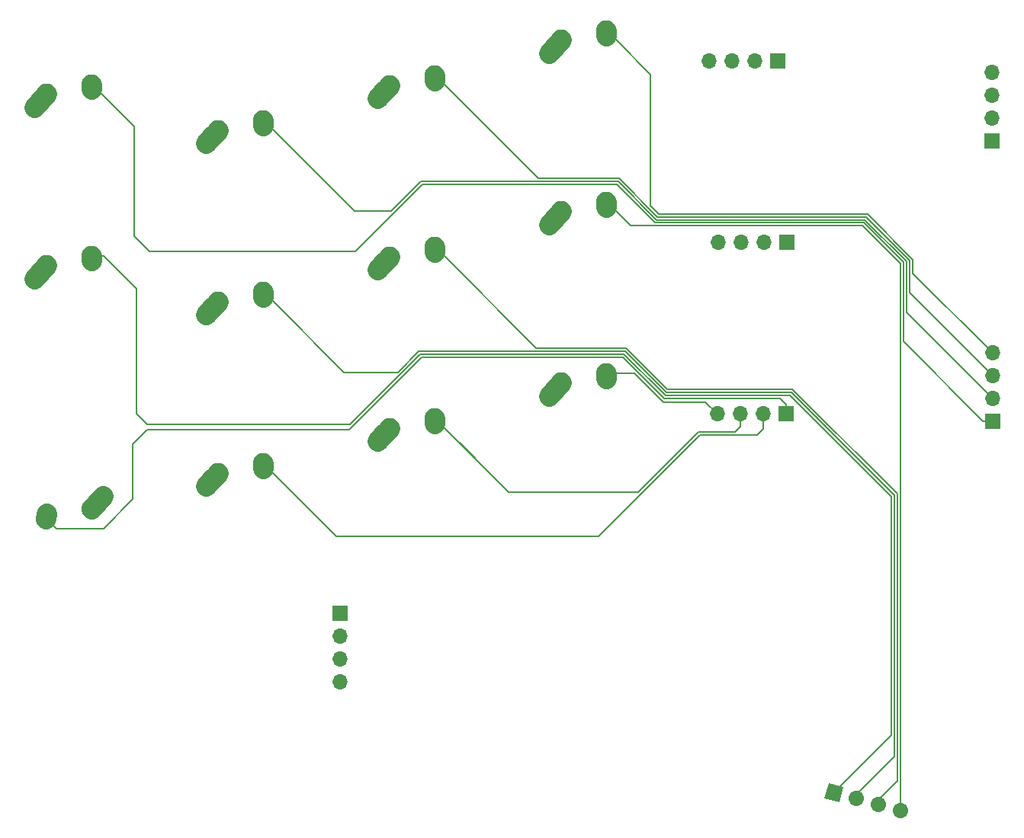
<source format=gbr>
G04 #@! TF.GenerationSoftware,KiCad,Pcbnew,(5.1.4)-1*
G04 #@! TF.CreationDate,2023-06-17T18:30:05-04:00*
G04 #@! TF.ProjectId,ThumbsUp,5468756d-6273-4557-902e-6b696361645f,rev?*
G04 #@! TF.SameCoordinates,Original*
G04 #@! TF.FileFunction,Copper,L1,Top*
G04 #@! TF.FilePolarity,Positive*
%FSLAX46Y46*%
G04 Gerber Fmt 4.6, Leading zero omitted, Abs format (unit mm)*
G04 Created by KiCad (PCBNEW (5.1.4)-1) date 2023-06-17 18:30:05*
%MOMM*%
%LPD*%
G04 APERTURE LIST*
%ADD10O,1.700000X1.700000*%
%ADD11R,1.700000X1.700000*%
%ADD12C,2.250000*%
%ADD13C,2.250000*%
%ADD14C,1.700000*%
%ADD15C,1.700000*%
%ADD16C,0.100000*%
%ADD17C,0.200000*%
G04 APERTURE END LIST*
D10*
X95046291Y-517195542D03*
X97586291Y-517195542D03*
X100126291Y-517195542D03*
D11*
X102666291Y-517195542D03*
D12*
X40462789Y-524842952D03*
X39807790Y-525572952D03*
D13*
X39152789Y-526302952D02*
X40462791Y-524842952D01*
D12*
X45502789Y-523762952D03*
X45482789Y-524052952D03*
D13*
X45462789Y-524342952D02*
X45502789Y-523762952D01*
D12*
X40462790Y-543892952D03*
X39807791Y-544622952D03*
D13*
X39152790Y-545352952D02*
X40462792Y-543892952D01*
D12*
X45502790Y-542812952D03*
X45482790Y-543102952D03*
D13*
X45462790Y-543392952D02*
X45502790Y-542812952D01*
D12*
X78562789Y-552942952D03*
X77907790Y-553672952D03*
D13*
X77252789Y-554402952D02*
X78562791Y-552942952D01*
D12*
X83602789Y-551862952D03*
X83582789Y-552152952D03*
D13*
X83562789Y-552442952D02*
X83602789Y-551862952D01*
D12*
X78562789Y-533892952D03*
X77907790Y-534622952D03*
D13*
X77252789Y-535352952D02*
X78562791Y-533892952D01*
D12*
X83602789Y-532812952D03*
X83582789Y-533102952D03*
D13*
X83562789Y-533392952D02*
X83602789Y-532812952D01*
D12*
X78562790Y-514842952D03*
X77907791Y-515572952D03*
D13*
X77252790Y-516302952D02*
X78562792Y-514842952D01*
D12*
X83602790Y-513762952D03*
X83582790Y-514052952D03*
D13*
X83562790Y-514342952D02*
X83602790Y-513762952D01*
D12*
X59512790Y-557942952D03*
X58857791Y-558672952D03*
D13*
X58202790Y-559402952D02*
X59512792Y-557942952D01*
D12*
X64552790Y-556862952D03*
X64532790Y-557152952D03*
D13*
X64512790Y-557442952D02*
X64552790Y-556862952D01*
D12*
X59512789Y-538892952D03*
X58857790Y-539622952D03*
D13*
X58202789Y-540352952D02*
X59512791Y-538892952D01*
D12*
X64552789Y-537812952D03*
X64532789Y-538102952D03*
D13*
X64512789Y-538392952D02*
X64552789Y-537812952D01*
D12*
X59512789Y-519842953D03*
X58857790Y-520572953D03*
D13*
X58202789Y-521302953D02*
X59512791Y-519842953D01*
D12*
X64552789Y-518762953D03*
X64532789Y-519052953D03*
D13*
X64512789Y-519342953D02*
X64552789Y-518762953D01*
D12*
X40462789Y-562942952D03*
X39807790Y-563672952D03*
D13*
X39152789Y-564402952D02*
X40462791Y-562942952D01*
D12*
X45502789Y-561862952D03*
X45482789Y-562152952D03*
D13*
X45462789Y-562442952D02*
X45502789Y-561862952D01*
D12*
X26412789Y-566942952D03*
X27067788Y-566212952D03*
D13*
X27722789Y-565482952D02*
X26412787Y-566942952D01*
D12*
X21372789Y-568022952D03*
X21392789Y-567732952D03*
D13*
X21412789Y-567442952D02*
X21372789Y-568022952D01*
D12*
X21412790Y-539892952D03*
X20757791Y-540622952D03*
D13*
X20102790Y-541352952D02*
X21412792Y-539892952D01*
D12*
X26452790Y-538812952D03*
X26432790Y-539102952D03*
D13*
X26412790Y-539392952D02*
X26452790Y-538812952D01*
D12*
X21412789Y-520842953D03*
X20757790Y-521572953D03*
D13*
X20102789Y-522302953D02*
X21412791Y-520842953D01*
D12*
X26452789Y-519762953D03*
X26432789Y-520052953D03*
D13*
X26412789Y-520342953D02*
X26452789Y-519762953D01*
D10*
X95906974Y-556400972D03*
X98446974Y-556400972D03*
X100986974Y-556400972D03*
D11*
X103526974Y-556400972D03*
D10*
X96064161Y-537315202D03*
X98604161Y-537315202D03*
X101144161Y-537315202D03*
D11*
X103684161Y-537315202D03*
D10*
X126470599Y-549604893D03*
X126470599Y-552144893D03*
X126470599Y-554684893D03*
D11*
X126470599Y-557224893D03*
D10*
X126406095Y-518478305D03*
X126406095Y-521018305D03*
X126406095Y-523558305D03*
D11*
X126406095Y-526098305D03*
D10*
X54062789Y-586192952D03*
X54062789Y-583652952D03*
X54062789Y-581112952D03*
D11*
X54062789Y-578572952D03*
D14*
X116223145Y-600465153D03*
D15*
X116223145Y-600465153D02*
X116223145Y-600465153D01*
D14*
X113769693Y-599807753D03*
D15*
X113769693Y-599807753D02*
X113769693Y-599807753D01*
D14*
X111316242Y-599150352D03*
D15*
X111316242Y-599150352D02*
X111316242Y-599150352D01*
D14*
X108862790Y-598492952D03*
D16*
G36*
X109463831Y-599533985D02*
G01*
X107821757Y-599093993D01*
X108261749Y-597451919D01*
X109903823Y-597891911D01*
X109463831Y-599533985D01*
X109463831Y-599533985D01*
G37*
D17*
X86277881Y-535488044D02*
X84727788Y-533937951D01*
X116230000Y-539680005D02*
X112038039Y-535488044D01*
X84727788Y-533937951D02*
X83602789Y-532812952D01*
X116230000Y-559119087D02*
X116230000Y-539680005D01*
X116223145Y-559125942D02*
X116230000Y-559119087D01*
X116223145Y-600465153D02*
X116223145Y-559125942D01*
X112038039Y-535488044D02*
X86277881Y-535488044D01*
X65677788Y-538937951D02*
X64552789Y-537812952D01*
X75819837Y-549080000D02*
X65677788Y-538937951D01*
X90390371Y-553652989D02*
X85817382Y-549080000D01*
X113630000Y-599947446D02*
X113630000Y-599440000D01*
X113350093Y-600227353D02*
X113630000Y-599947446D01*
X113630000Y-599440000D02*
X115894022Y-597175978D01*
X85817382Y-549080000D02*
X75819837Y-549080000D01*
X115894022Y-597175978D02*
X115894022Y-565281559D01*
X115894022Y-565281559D02*
X104265452Y-553652989D01*
X104265452Y-553652989D02*
X90390371Y-553652989D01*
X60430000Y-551780000D02*
X54469838Y-551780000D01*
X85700903Y-549425979D02*
X62784020Y-549425980D01*
X62784020Y-549425980D02*
X60430000Y-551780000D01*
X111316242Y-598703758D02*
X115567011Y-594452989D01*
X111316242Y-599150352D02*
X111316242Y-598703758D01*
X115567011Y-594452989D02*
X115567011Y-565417011D01*
X115567011Y-565417011D02*
X104130000Y-553980000D01*
X54469838Y-551780000D02*
X46627789Y-543937951D01*
X104130000Y-553980000D02*
X90254922Y-553980000D01*
X46627789Y-543937951D02*
X45502790Y-542812952D01*
X90254922Y-553980000D02*
X85700903Y-549425979D01*
X26992790Y-538812952D02*
X26412790Y-539392952D01*
X27762952Y-538812952D02*
X26992790Y-538812952D01*
X31430000Y-556380000D02*
X31430000Y-542480000D01*
X32630000Y-557580000D02*
X31430000Y-556380000D01*
X55130000Y-557580000D02*
X32630000Y-557580000D01*
X62957010Y-549752990D02*
X55130000Y-557580000D01*
X115240000Y-565590000D02*
X104002990Y-554352990D01*
X115240000Y-592115742D02*
X115240000Y-565590000D01*
X108862790Y-598492952D02*
X115240000Y-592115742D01*
X104002990Y-554352990D02*
X90165450Y-554352990D01*
X90165450Y-554352990D02*
X85565451Y-549752990D01*
X31430000Y-542480000D02*
X27762952Y-538812952D01*
X85565451Y-549752990D02*
X62957010Y-549752990D01*
X27577788Y-520887952D02*
X26452789Y-519762953D01*
X31130000Y-524440164D02*
X27577788Y-520887952D01*
X32830000Y-538380000D02*
X31130000Y-536680000D01*
X55730000Y-538380000D02*
X32830000Y-538380000D01*
X63202989Y-530907011D02*
X55730000Y-538380000D01*
X84757008Y-530907011D02*
X63202989Y-530907011D01*
X31130000Y-536680000D02*
X31130000Y-524440164D01*
X125420599Y-557224893D02*
X116557010Y-548361304D01*
X126470599Y-557224893D02*
X125420599Y-557224893D01*
X116557010Y-548361304D02*
X116557010Y-539544553D01*
X116557010Y-539544553D02*
X112173490Y-535161033D01*
X112173490Y-535161033D02*
X89011030Y-535161033D01*
X89011030Y-535161033D02*
X84757008Y-530907011D01*
X112308941Y-534834022D02*
X89146481Y-534834022D01*
X46627788Y-524887951D02*
X45502789Y-523762952D01*
X59730000Y-533880000D02*
X55619837Y-533880000D01*
X55619837Y-533880000D02*
X46627788Y-524887951D01*
X63030000Y-530580000D02*
X59730000Y-533880000D01*
X84892460Y-530580001D02*
X63030000Y-530580000D01*
X89146481Y-534834022D02*
X84892460Y-530580001D01*
X116930000Y-539455081D02*
X112308941Y-534834022D01*
X116930000Y-545144294D02*
X116930000Y-539455081D01*
X126470599Y-554684893D02*
X116930000Y-545144294D01*
X89281932Y-534507011D02*
X85027911Y-530252990D01*
X126470599Y-552144893D02*
X117257010Y-542931304D01*
X85027911Y-530252990D02*
X76042826Y-530252990D01*
X117257010Y-542931304D02*
X117257010Y-539319629D01*
X65677788Y-519887952D02*
X64552789Y-518762953D01*
X76042826Y-530252990D02*
X65677788Y-519887952D01*
X112444392Y-534507011D02*
X89281932Y-534507011D01*
X117257010Y-539319629D02*
X112444392Y-534507011D01*
X84727789Y-514887951D02*
X83602790Y-513762952D01*
X117630000Y-540764294D02*
X117630000Y-539230157D01*
X88530000Y-518690162D02*
X84727789Y-514887951D01*
X126470599Y-549604893D02*
X117630000Y-540764294D01*
X117630000Y-539230157D02*
X112579843Y-534180000D01*
X112579843Y-534180000D02*
X89430000Y-534180000D01*
X89430000Y-534180000D02*
X88530000Y-533280000D01*
X88530000Y-533280000D02*
X88530000Y-518690162D01*
X27762049Y-569147951D02*
X22497788Y-569147951D01*
X31030000Y-559780000D02*
X31030000Y-565880000D01*
X32630000Y-558180000D02*
X31030000Y-559780000D01*
X55030000Y-558180000D02*
X32630000Y-558180000D01*
X22497788Y-569147951D02*
X21372789Y-568022952D01*
X103526974Y-555350972D02*
X102856002Y-554680000D01*
X103526974Y-556400972D02*
X103526974Y-555350972D01*
X102856002Y-554680000D02*
X90030000Y-554680000D01*
X90030000Y-554680000D02*
X85430000Y-550080000D01*
X31030000Y-565880000D02*
X27762049Y-569147951D01*
X85430000Y-550080000D02*
X63130000Y-550080000D01*
X63130000Y-550080000D02*
X55030000Y-558180000D01*
X53619837Y-569980000D02*
X45502789Y-561862952D01*
X82710000Y-569980000D02*
X53619837Y-569980000D01*
X93972990Y-558717010D02*
X82710000Y-569980000D01*
X100312990Y-558717010D02*
X93972990Y-558717010D01*
X100986974Y-556400972D02*
X100986974Y-558043026D01*
X100986974Y-558043026D02*
X100312990Y-558717010D01*
X64552790Y-556862952D02*
X69097790Y-561407952D01*
X64552790Y-556902790D02*
X64552790Y-556862952D01*
X98446974Y-556400972D02*
X98446974Y-557823026D01*
X97880000Y-558390000D02*
X93790000Y-558390000D01*
X93790000Y-558390000D02*
X87100000Y-565080000D01*
X87100000Y-565080000D02*
X72730000Y-565080000D01*
X98446974Y-557823026D02*
X97880000Y-558390000D01*
X72730000Y-565080000D02*
X64552790Y-556902790D01*
X86712952Y-551862952D02*
X83602789Y-551862952D01*
X89930000Y-555080000D02*
X86712952Y-551862952D01*
X95906974Y-556400972D02*
X94586002Y-555080000D01*
X94586002Y-555080000D02*
X89930000Y-555080000D01*
M02*

</source>
